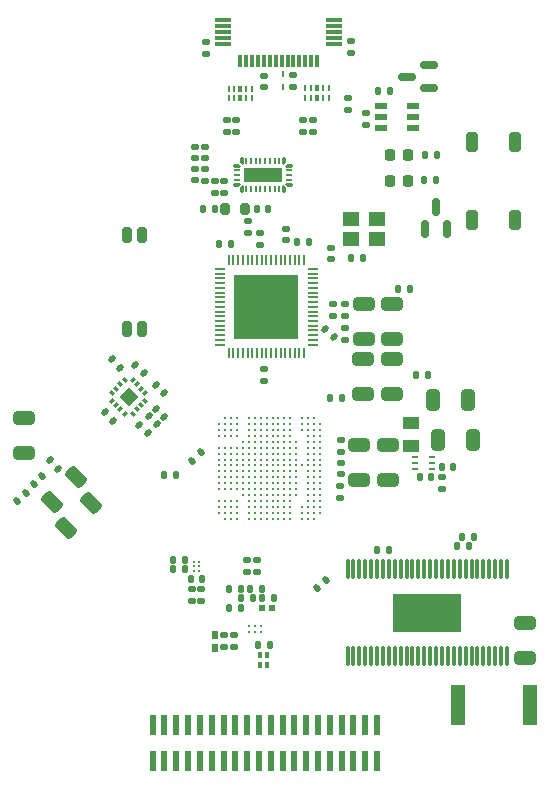
<source format=gbr>
%TF.GenerationSoftware,KiCad,Pcbnew,9.0.0*%
%TF.CreationDate,2025-03-19T22:59:48-05:00*%
%TF.ProjectId,opu_driver,6f70755f-6472-4697-9665-722e6b696361,rev?*%
%TF.SameCoordinates,Original*%
%TF.FileFunction,Paste,Top*%
%TF.FilePolarity,Positive*%
%FSLAX46Y46*%
G04 Gerber Fmt 4.6, Leading zero omitted, Abs format (unit mm)*
G04 Created by KiCad (PCBNEW 9.0.0) date 2025-03-19 22:59:48*
%MOMM*%
%LPD*%
G01*
G04 APERTURE LIST*
G04 Aperture macros list*
%AMRoundRect*
0 Rectangle with rounded corners*
0 $1 Rounding radius*
0 $2 $3 $4 $5 $6 $7 $8 $9 X,Y pos of 4 corners*
0 Add a 4 corners polygon primitive as box body*
4,1,4,$2,$3,$4,$5,$6,$7,$8,$9,$2,$3,0*
0 Add four circle primitives for the rounded corners*
1,1,$1+$1,$2,$3*
1,1,$1+$1,$4,$5*
1,1,$1+$1,$6,$7*
1,1,$1+$1,$8,$9*
0 Add four rect primitives between the rounded corners*
20,1,$1+$1,$2,$3,$4,$5,0*
20,1,$1+$1,$4,$5,$6,$7,0*
20,1,$1+$1,$6,$7,$8,$9,0*
20,1,$1+$1,$8,$9,$2,$3,0*%
%AMRotRect*
0 Rectangle, with rotation*
0 The origin of the aperture is its center*
0 $1 length*
0 $2 width*
0 $3 Rotation angle, in degrees counterclockwise*
0 Add horizontal line*
21,1,$1,$2,0,0,$3*%
%AMFreePoly0*
4,1,14,0.135355,0.285355,0.150000,0.250000,0.150000,-0.250000,0.135355,-0.285355,0.100000,-0.300000,-0.100000,-0.300000,-0.135355,-0.285355,-0.150000,-0.250000,-0.150000,0.150000,-0.135355,0.185355,-0.035355,0.285355,0.000000,0.300000,0.100000,0.300000,0.135355,0.285355,0.135355,0.285355,$1*%
%AMFreePoly1*
4,1,14,0.035355,0.285355,0.135355,0.185355,0.150000,0.150000,0.150000,-0.250000,0.135355,-0.285355,0.100000,-0.300000,-0.100000,-0.300000,-0.135355,-0.285355,-0.150000,-0.250000,-0.150000,0.250000,-0.135355,0.285355,-0.100000,0.300000,0.000000,0.300000,0.035355,0.285355,0.035355,0.285355,$1*%
%AMFreePoly2*
4,1,14,0.285355,0.135355,0.300000,0.100000,0.300000,-0.100000,0.285355,-0.135355,0.250000,-0.150000,-0.150000,-0.150000,-0.185355,-0.135355,-0.285355,-0.035355,-0.300000,0.000000,-0.300000,0.100000,-0.285355,0.135355,-0.250000,0.150000,0.250000,0.150000,0.285355,0.135355,0.285355,0.135355,$1*%
%AMFreePoly3*
4,1,14,0.285355,0.135355,0.300000,0.100000,0.300000,-0.100000,0.285355,-0.135355,0.250000,-0.150000,-0.250000,-0.150000,-0.285355,-0.135355,-0.300000,-0.100000,-0.300000,0.000000,-0.285355,0.035355,-0.185355,0.135355,-0.150000,0.150000,0.250000,0.150000,0.285355,0.135355,0.285355,0.135355,$1*%
%AMFreePoly4*
4,1,14,0.135355,0.285355,0.150000,0.250000,0.150000,-0.150000,0.135355,-0.185355,0.035355,-0.285355,0.000000,-0.300000,-0.100000,-0.300000,-0.135355,-0.285355,-0.150000,-0.250000,-0.150000,0.250000,-0.135355,0.285355,-0.100000,0.300000,0.100000,0.300000,0.135355,0.285355,0.135355,0.285355,$1*%
%AMFreePoly5*
4,1,14,0.135355,0.285355,0.150000,0.250000,0.150000,-0.250000,0.135355,-0.285355,0.100000,-0.300000,0.000000,-0.300000,-0.035355,-0.285355,-0.135355,-0.185355,-0.150000,-0.150000,-0.150000,0.250000,-0.135355,0.285355,-0.100000,0.300000,0.100000,0.300000,0.135355,0.285355,0.135355,0.285355,$1*%
%AMFreePoly6*
4,1,14,0.185355,0.135355,0.285355,0.035355,0.300000,0.000000,0.300000,-0.100000,0.285355,-0.135355,0.250000,-0.150000,-0.250000,-0.150000,-0.285355,-0.135355,-0.300000,-0.100000,-0.300000,0.100000,-0.285355,0.135355,-0.250000,0.150000,0.150000,0.150000,0.185355,0.135355,0.185355,0.135355,$1*%
%AMFreePoly7*
4,1,14,0.285355,0.135355,0.300000,0.100000,0.300000,0.000000,0.285355,-0.035355,0.185355,-0.135355,0.150000,-0.150000,-0.250000,-0.150000,-0.285355,-0.135355,-0.300000,-0.100000,-0.300000,0.100000,-0.285355,0.135355,-0.250000,0.150000,0.250000,0.150000,0.285355,0.135355,0.285355,0.135355,$1*%
G04 Aperture macros list end*
%ADD10RoundRect,0.140000X-0.170000X0.140000X-0.170000X-0.140000X0.170000X-0.140000X0.170000X0.140000X0*%
%ADD11RoundRect,0.140000X0.170000X-0.140000X0.170000X0.140000X-0.170000X0.140000X-0.170000X-0.140000X0*%
%ADD12RoundRect,0.220000X0.220000X0.255000X-0.220000X0.255000X-0.220000X-0.255000X0.220000X-0.255000X0*%
%ADD13RoundRect,0.250000X-0.650000X0.325000X-0.650000X-0.325000X0.650000X-0.325000X0.650000X0.325000X0*%
%ADD14FreePoly0,0.000000*%
%ADD15O,0.200000X0.510000*%
%ADD16FreePoly1,0.000000*%
%ADD17FreePoly2,0.000000*%
%ADD18O,0.510000X0.200000*%
%ADD19FreePoly3,0.000000*%
%ADD20FreePoly4,0.000000*%
%ADD21FreePoly5,0.000000*%
%ADD22FreePoly6,0.000000*%
%ADD23FreePoly7,0.000000*%
%ADD24R,3.200000X1.200000*%
%ADD25RoundRect,0.140000X-0.219203X-0.021213X-0.021213X-0.219203X0.219203X0.021213X0.021213X0.219203X0*%
%ADD26RoundRect,0.250000X-0.229810X0.689429X-0.689429X0.229810X0.229810X-0.689429X0.689429X-0.229810X0*%
%ADD27RoundRect,0.140000X-0.140000X-0.170000X0.140000X-0.170000X0.140000X0.170000X-0.140000X0.170000X0*%
%ADD28RoundRect,0.250000X0.650000X-0.325000X0.650000X0.325000X-0.650000X0.325000X-0.650000X-0.325000X0*%
%ADD29RoundRect,0.140000X0.140000X0.170000X-0.140000X0.170000X-0.140000X-0.170000X0.140000X-0.170000X0*%
%ADD30RoundRect,0.250000X-0.325000X-0.650000X0.325000X-0.650000X0.325000X0.650000X-0.325000X0.650000X0*%
%ADD31R,0.600000X1.800000*%
%ADD32R,0.220000X0.610000*%
%ADD33R,0.410000X0.610000*%
%ADD34R,1.400000X1.200000*%
%ADD35RoundRect,0.140000X-0.021213X0.219203X-0.219203X0.021213X0.021213X-0.219203X0.219203X-0.021213X0*%
%ADD36R,0.400000X0.600000*%
%ADD37RoundRect,0.150000X0.150000X-0.590000X0.150000X0.590000X-0.150000X0.590000X-0.150000X-0.590000X0*%
%ADD38R,1.380000X1.130000*%
%ADD39RotRect,0.330200X0.406400X45.000000*%
%ADD40RotRect,0.330200X0.406400X315.000000*%
%ADD41RotRect,1.092200X1.092200X315.000000*%
%ADD42RoundRect,0.140000X0.219203X0.021213X0.021213X0.219203X-0.219203X-0.021213X-0.021213X-0.219203X0*%
%ADD43RoundRect,0.150000X0.590000X0.150000X-0.590000X0.150000X-0.590000X-0.150000X0.590000X-0.150000X0*%
%ADD44RoundRect,0.140000X0.021213X-0.219203X0.219203X-0.021213X-0.021213X0.219203X-0.219203X0.021213X0*%
%ADD45O,0.280000X1.720000*%
%ADD46R,5.830000X3.230000*%
%ADD47RoundRect,0.200000X0.200000X0.275000X-0.200000X0.275000X-0.200000X-0.275000X0.200000X-0.275000X0*%
%ADD48R,0.300000X1.140000*%
%ADD49R,1.450000X0.300000*%
%ADD50RoundRect,0.250000X0.250000X-0.600000X0.250000X0.600000X-0.250000X0.600000X-0.250000X-0.600000X0*%
%ADD51R,1.100000X0.600000*%
%ADD52R,0.550000X0.280000*%
%ADD53C,0.220000*%
%ADD54R,0.540000X0.790000*%
%ADD55RoundRect,0.200000X-0.200000X0.450000X-0.200000X-0.450000X0.200000X-0.450000X0.200000X0.450000X0*%
%ADD56R,0.570000X0.540000*%
%ADD57RoundRect,0.250000X0.229810X-0.689429X0.689429X-0.229810X-0.229810X0.689429X-0.689429X0.229810X0*%
%ADD58C,0.200000*%
%ADD59R,0.260000X0.520000*%
%ADD60R,1.280000X3.460000*%
%ADD61C,0.250000*%
%ADD62R,0.200000X0.900000*%
%ADD63R,0.900000X0.200000*%
%ADD64R,5.500000X5.500000*%
G04 APERTURE END LIST*
D10*
%TO.C,R42*%
X56661072Y-117224329D03*
X56661072Y-118224327D03*
%TD*%
D11*
%TO.C,R4*%
X44545965Y-122322067D03*
X44545965Y-121322067D03*
%TD*%
D12*
%TO.C,D7*%
X61789999Y-124200000D03*
X60210001Y-124200000D03*
%TD*%
D13*
%TO.C,C107*%
X57645165Y-146605867D03*
X57645165Y-149565867D03*
%TD*%
D10*
%TO.C,C58*%
X56045165Y-150065868D03*
X56045165Y-151065866D03*
%TD*%
D14*
%TO.C,U2*%
X47673565Y-124942767D03*
D15*
X48073565Y-124942767D03*
X48473565Y-124942767D03*
X48873565Y-124942767D03*
X49273565Y-124942767D03*
X49673565Y-124942767D03*
X50073565Y-124942767D03*
X50473565Y-124942767D03*
X50873565Y-124942767D03*
D16*
X51273565Y-124942767D03*
D17*
X51673565Y-124542767D03*
D18*
X51673565Y-124142767D03*
X51673565Y-123742767D03*
X51673565Y-123342767D03*
D19*
X51673565Y-122942767D03*
D20*
X51273565Y-122542767D03*
D15*
X50873565Y-122542767D03*
X50473565Y-122542767D03*
X50073565Y-122542767D03*
X49673565Y-122542767D03*
X49273565Y-122542767D03*
X48873565Y-122542767D03*
X48473565Y-122542767D03*
X48073565Y-122542767D03*
D21*
X47673565Y-122542767D03*
D22*
X47273565Y-122942767D03*
D18*
X47273565Y-123342767D03*
X47273565Y-123742767D03*
X47273565Y-124142767D03*
D23*
X47273565Y-124542767D03*
D24*
X49473565Y-123742767D03*
%TD*%
D10*
%TO.C,C21*%
X49549004Y-140186026D03*
X49549004Y-141186026D03*
%TD*%
D25*
%TO.C,C34*%
X36091612Y-143812314D03*
X36798718Y-144519420D03*
%TD*%
D11*
%TO.C,C93*%
X64602927Y-150282618D03*
X64602927Y-149282620D03*
%TD*%
D26*
%TO.C,C66*%
X33691683Y-149319349D03*
X31598647Y-151412385D03*
%TD*%
D27*
%TO.C,R37*%
X63150905Y-124167397D03*
X64150905Y-124167397D03*
%TD*%
D28*
%TO.C,C96*%
X57992996Y-142245869D03*
X57992996Y-139285869D03*
%TD*%
D29*
%TO.C,R25*%
X44352225Y-157945785D03*
X43352227Y-157945785D03*
%TD*%
D11*
%TO.C,C7*%
X46222365Y-125258767D03*
X46222365Y-124258767D03*
%TD*%
D29*
%TO.C,C22*%
X46745165Y-129565867D03*
X45745165Y-129565867D03*
%TD*%
D30*
%TO.C,C102*%
X64333400Y-146165151D03*
X67293400Y-146165151D03*
%TD*%
D11*
%TO.C,R9*%
X56077472Y-147183908D03*
X56077472Y-146183910D03*
%TD*%
D27*
%TO.C,C117*%
X49405165Y-159550867D03*
X50405165Y-159550867D03*
%TD*%
D28*
%TO.C,C88*%
X71645165Y-164645867D03*
X71645165Y-161685867D03*
%TD*%
D10*
%TO.C,C116*%
X46207930Y-162650868D03*
X46207930Y-163650866D03*
%TD*%
D29*
%TO.C,R17*%
X56145165Y-142565867D03*
X55145165Y-142565867D03*
%TD*%
D31*
%TO.C,H1*%
X40145165Y-173300000D03*
X40145165Y-170300000D03*
X41145165Y-173300000D03*
X41145165Y-170300000D03*
X42145165Y-173300000D03*
X42145165Y-170300000D03*
X43145165Y-173300000D03*
X43145165Y-170300000D03*
X44145165Y-173300000D03*
X44145165Y-170300000D03*
X45145165Y-173300000D03*
X45145165Y-170300000D03*
X46145165Y-173300000D03*
X46145165Y-170300000D03*
X47145165Y-173300000D03*
X47145165Y-170300000D03*
X48145165Y-173300000D03*
X48145165Y-170300000D03*
X49145165Y-173300000D03*
X49145165Y-170300000D03*
X50145165Y-173300000D03*
X50145165Y-170300000D03*
X51145165Y-173300000D03*
X51145165Y-170300000D03*
X52145165Y-173300000D03*
X52145165Y-170300000D03*
X53145165Y-173300000D03*
X53145165Y-170300000D03*
X54145165Y-173300000D03*
X54145165Y-170300000D03*
X55145165Y-173300000D03*
X55145165Y-170300000D03*
X56145165Y-173300000D03*
X56145165Y-170300000D03*
X57145165Y-173300000D03*
X57145165Y-170300000D03*
X58145165Y-173300000D03*
X58145165Y-170300000D03*
X59145165Y-173300000D03*
X59145165Y-170300000D03*
%TD*%
D27*
%TO.C,R29*%
X48405165Y-158750867D03*
X49405165Y-158750867D03*
%TD*%
%TO.C,R18*%
X64615562Y-148427747D03*
X65615560Y-148427747D03*
%TD*%
D32*
%TO.C,D1*%
X55070965Y-116382867D03*
X54570965Y-116382867D03*
D33*
X54070965Y-116382867D03*
D32*
X53570965Y-116382867D03*
X53070965Y-116382867D03*
X53070965Y-117202867D03*
X53570965Y-117202867D03*
D33*
X54070965Y-117202867D03*
D32*
X54570965Y-117202867D03*
X55070965Y-117202867D03*
%TD*%
D11*
%TO.C,C57*%
X56070934Y-149065866D03*
X56070934Y-148065868D03*
%TD*%
D34*
%TO.C,X1*%
X56920877Y-129146938D03*
X59120877Y-129146938D03*
X59120877Y-127446938D03*
X56920877Y-127446938D03*
%TD*%
D35*
%TO.C,R26*%
X44198718Y-147212314D03*
X43491612Y-147919420D03*
%TD*%
D36*
%TO.C,D5*%
X49205165Y-164365867D03*
X49845165Y-164365867D03*
%TD*%
D27*
%TO.C,R36*%
X63206958Y-122008960D03*
X64206958Y-122008960D03*
%TD*%
%TO.C,R28*%
X46608684Y-158750867D03*
X47608684Y-158750867D03*
%TD*%
D37*
%TO.C,Q1*%
X63177740Y-128302630D03*
X65077740Y-128302630D03*
X64127740Y-126422631D03*
%TD*%
D32*
%TO.C,D2*%
X46568565Y-117228267D03*
X47068565Y-117228267D03*
D33*
X47568565Y-117228267D03*
D32*
X48068565Y-117228267D03*
X48568565Y-117228267D03*
X48568565Y-116408267D03*
X48068565Y-116408267D03*
D33*
X47568565Y-116408267D03*
D32*
X47068565Y-116408267D03*
X46568565Y-116408267D03*
%TD*%
D38*
%TO.C,L3*%
X62045165Y-146652977D03*
X62045165Y-144712975D03*
%TD*%
D10*
%TO.C,C115*%
X47005165Y-162658154D03*
X47005165Y-163658152D03*
%TD*%
D29*
%TO.C,C10*%
X49945165Y-126565867D03*
X48945165Y-126565867D03*
%TD*%
D10*
%TO.C,C23*%
X56445165Y-136665867D03*
X56445165Y-137665867D03*
%TD*%
%TO.C,C18*%
X52020071Y-115255615D03*
X52020071Y-116255613D03*
%TD*%
%TO.C,R2*%
X43707765Y-121322067D03*
X43707765Y-122322067D03*
%TD*%
%TO.C,C17*%
X49600000Y-115300001D03*
X49600000Y-116299999D03*
%TD*%
%TO.C,R41*%
X58200000Y-118500001D03*
X58200000Y-119499999D03*
%TD*%
D11*
%TO.C,C24*%
X55445165Y-135665867D03*
X55445165Y-134665867D03*
%TD*%
%TO.C,C16*%
X46400165Y-120061467D03*
X46400165Y-119061467D03*
%TD*%
D39*
%TO.C,U7*%
X37769039Y-141107788D03*
X37415396Y-141461431D03*
X37061754Y-141815073D03*
X36708111Y-142168716D03*
D40*
X36708111Y-142867918D03*
X37061754Y-143221561D03*
X37415396Y-143575203D03*
X37769039Y-143928846D03*
D39*
X38468241Y-143928846D03*
X38821884Y-143575203D03*
X39175526Y-143221561D03*
X39529169Y-142867918D03*
D40*
X39529169Y-142168716D03*
X39175526Y-141815073D03*
X38821884Y-141461431D03*
X38468241Y-141107788D03*
D41*
X38118640Y-142518317D03*
%TD*%
D11*
%TO.C,C14*%
X53715365Y-120061467D03*
X53715365Y-119061467D03*
%TD*%
D29*
%TO.C,R35*%
X50056324Y-163484707D03*
X49056326Y-163484707D03*
%TD*%
D42*
%TO.C,R44*%
X55481344Y-137435911D03*
X54774238Y-136728805D03*
%TD*%
D43*
%TO.C,Q2*%
X63540000Y-116350000D03*
X63540000Y-114450000D03*
X61660001Y-115400000D03*
%TD*%
D13*
%TO.C,C3*%
X60445165Y-134685867D03*
X60445165Y-137645867D03*
%TD*%
D10*
%TO.C,C127*%
X48956325Y-156313828D03*
X48956325Y-157313826D03*
%TD*%
D30*
%TO.C,C100*%
X63912995Y-142765868D03*
X66872995Y-142765868D03*
%TD*%
D27*
%TO.C,C25*%
X60945165Y-133365867D03*
X61945165Y-133365867D03*
%TD*%
D44*
%TO.C,C75*%
X30071752Y-149919420D03*
X30778858Y-149212314D03*
%TD*%
D42*
%TO.C,C31*%
X37399125Y-140041808D03*
X36692019Y-139334702D03*
%TD*%
D45*
%TO.C,U8*%
X70145165Y-157055867D03*
X69645165Y-157055867D03*
X69145165Y-157055867D03*
X68645165Y-157055867D03*
X68145165Y-157055867D03*
X67645165Y-157055867D03*
X67145165Y-157055867D03*
X66645165Y-157055867D03*
X66145165Y-157055867D03*
X65645165Y-157055867D03*
X65145165Y-157055867D03*
X64645165Y-157055867D03*
X64145165Y-157055867D03*
X63645165Y-157055867D03*
X63145165Y-157055867D03*
X62645165Y-157055867D03*
X62145165Y-157055867D03*
X61645165Y-157055867D03*
X61145165Y-157055867D03*
X60645165Y-157055867D03*
X60145165Y-157055867D03*
X59645165Y-157055867D03*
X59145165Y-157055867D03*
X58645165Y-157055867D03*
X58145165Y-157055867D03*
X57645165Y-157055867D03*
X57145165Y-157055867D03*
X56645165Y-157055867D03*
X56645165Y-164475867D03*
X57145165Y-164475867D03*
X57645165Y-164475867D03*
X58145165Y-164475867D03*
X58645165Y-164475867D03*
X59145165Y-164475867D03*
X59645165Y-164475867D03*
X60145165Y-164475867D03*
X60645165Y-164475867D03*
X61145165Y-164475867D03*
X61645165Y-164475867D03*
X62145165Y-164475867D03*
X62645165Y-164475867D03*
X63145165Y-164475867D03*
X63645165Y-164475867D03*
X64145165Y-164475867D03*
X64645165Y-164475867D03*
X65145165Y-164475867D03*
X65645165Y-164475867D03*
X66145165Y-164475867D03*
X66645165Y-164475867D03*
X67145165Y-164475867D03*
X67645165Y-164475867D03*
X68145165Y-164475867D03*
X68645165Y-164475867D03*
X69145165Y-164475867D03*
X69645165Y-164475867D03*
X70145165Y-164475867D03*
D46*
X63395165Y-160765867D03*
%TD*%
D47*
%TO.C,R6*%
X47931365Y-126571867D03*
X46291365Y-126571867D03*
%TD*%
D29*
%TO.C,C76*%
X67345164Y-154365867D03*
X66345166Y-154365867D03*
%TD*%
D27*
%TO.C,C6*%
X56945165Y-130765867D03*
X57945165Y-130765867D03*
%TD*%
D29*
%TO.C,C109*%
X42852084Y-157115346D03*
X41852086Y-157115346D03*
%TD*%
D25*
%TO.C,C33*%
X39002670Y-144889281D03*
X39709776Y-145596387D03*
%TD*%
D48*
%TO.C,USB1*%
X54069765Y-114038067D03*
X53569765Y-114038067D03*
X53069765Y-114038067D03*
X52569765Y-114038067D03*
X52069765Y-114038067D03*
X51569765Y-114038067D03*
X51069765Y-114038067D03*
X50569765Y-114038067D03*
X49069765Y-114038067D03*
X48569765Y-114038067D03*
X48069765Y-114038067D03*
X47569765Y-114038067D03*
D49*
X46099765Y-110618067D03*
X46099765Y-111118067D03*
X46099765Y-111618067D03*
X46099765Y-112118067D03*
X46099765Y-112618067D03*
D48*
X49569765Y-114038067D03*
X50069765Y-114038067D03*
D49*
X55539765Y-112618067D03*
X55539765Y-112118067D03*
X55539765Y-111618067D03*
X55539765Y-111118067D03*
X55539765Y-110618067D03*
%TD*%
D35*
%TO.C,C78*%
X29398718Y-150612314D03*
X28691612Y-151319420D03*
%TD*%
D27*
%TO.C,C29*%
X52345165Y-129365867D03*
X53345165Y-129365867D03*
%TD*%
D50*
%TO.C,S2*%
X67150000Y-127500000D03*
X67150000Y-120900000D03*
X70850000Y-127500000D03*
X70850000Y-120900000D03*
%TD*%
D25*
%TO.C,C32*%
X40413966Y-141509464D03*
X41121072Y-142216570D03*
%TD*%
D51*
%TO.C,U13*%
X59450000Y-117850000D03*
X59450000Y-118800000D03*
X59450000Y-119750000D03*
X62150000Y-119750000D03*
X62150000Y-118800000D03*
X62150000Y-117850000D03*
%TD*%
D25*
%TO.C,C111*%
X40402576Y-143496141D03*
X41109682Y-144203247D03*
%TD*%
D28*
%TO.C,C71*%
X29245165Y-147245867D03*
X29245165Y-144285867D03*
%TD*%
D11*
%TO.C,C7*%
X55245165Y-130865867D03*
X55245165Y-129865867D03*
%TD*%
%TO.C,C28*%
X51445165Y-129265867D03*
X51445165Y-128265867D03*
%TD*%
D27*
%TO.C,R43*%
X59200000Y-116600000D03*
X60199998Y-116600000D03*
%TD*%
D52*
%TO.C,U11*%
X63765164Y-148585867D03*
X63765165Y-148085867D03*
X63765164Y-147585867D03*
X62325166Y-147585867D03*
X62325165Y-148085867D03*
X62325166Y-148585867D03*
%TD*%
D25*
%TO.C,C112*%
X39796877Y-144127076D03*
X40503983Y-144834182D03*
%TD*%
D53*
%TO.C,U5*%
X43632411Y-157261547D03*
X43632412Y-156861547D03*
X43632411Y-156461547D03*
X44032411Y-157261547D03*
X44032410Y-156861547D03*
X44032411Y-156461547D03*
%TD*%
D10*
%TO.C,R24*%
X44245165Y-158765869D03*
X44245165Y-159765867D03*
%TD*%
D12*
%TO.C,D9*%
X61789999Y-122000000D03*
X60210001Y-122000000D03*
%TD*%
D10*
%TO.C,C19*%
X56970822Y-112368082D03*
X56970822Y-113368080D03*
%TD*%
D27*
%TO.C,R21*%
X62745166Y-149285867D03*
X63745164Y-149285867D03*
%TD*%
D13*
%TO.C,C5*%
X58045165Y-134685867D03*
X58045165Y-137645867D03*
%TD*%
D28*
%TO.C,C95*%
X60392997Y-142245867D03*
X60392997Y-139285867D03*
%TD*%
D11*
%TO.C,C27*%
X49245165Y-129665867D03*
X49245165Y-128665867D03*
%TD*%
D27*
%TO.C,R30*%
X47614462Y-159550866D03*
X48614462Y-159550866D03*
%TD*%
D10*
%TO.C,C26*%
X56445165Y-134665867D03*
X56445165Y-135665867D03*
%TD*%
D54*
%TO.C,L1*%
X45405165Y-162650867D03*
X45405165Y-163750867D03*
%TD*%
D11*
%TO.C,R3*%
X43707765Y-124176267D03*
X43707765Y-123176267D03*
%TD*%
%TO.C,C15*%
X47212965Y-120061467D03*
X47212965Y-119061467D03*
%TD*%
D55*
%TO.C,S1*%
X39230000Y-128800000D03*
X37960000Y-128800000D03*
X37970000Y-136800000D03*
X39240000Y-136800000D03*
%TD*%
D13*
%TO.C,C108*%
X60045165Y-146605867D03*
X60045165Y-149565867D03*
%TD*%
D56*
%TO.C,R27*%
X49416427Y-160346027D03*
X50276427Y-160346027D03*
%TD*%
D42*
%TO.C,C67*%
X32125640Y-148587100D03*
X31418534Y-147879994D03*
%TD*%
D57*
%TO.C,C91*%
X32798647Y-153612385D03*
X34891683Y-151519349D03*
%TD*%
D29*
%TO.C,C64*%
X66945164Y-155165867D03*
X65945166Y-155165867D03*
%TD*%
D10*
%TO.C,C126*%
X48122453Y-156317826D03*
X48122453Y-157317824D03*
%TD*%
D58*
%TO.C,U12*%
X48305165Y-161900867D03*
X48805165Y-161900867D03*
X49305165Y-161900867D03*
X48305165Y-162400867D03*
X48805165Y-162400867D03*
X49305165Y-162400867D03*
%TD*%
D29*
%TO.C,C8*%
X47605164Y-160350867D03*
X46605166Y-160350867D03*
%TD*%
D11*
%TO.C,C13*%
X52902565Y-120061467D03*
X52902565Y-119061467D03*
%TD*%
D59*
%TO.C,D4*%
X51216209Y-115211467D03*
X51216209Y-116291467D03*
%TD*%
D60*
%TO.C,R12*%
X65975165Y-168565867D03*
X72115165Y-168565867D03*
%TD*%
D42*
%TO.C,C30*%
X39398718Y-140519420D03*
X38691612Y-139812314D03*
%TD*%
D35*
%TO.C,R11*%
X54798718Y-158012314D03*
X54091612Y-158719420D03*
%TD*%
D29*
%TO.C,C110*%
X42852084Y-156283039D03*
X41852086Y-156283039D03*
%TD*%
D61*
%TO.C,U4*%
X45795165Y-152315867D03*
X45795165Y-151815867D03*
X45795165Y-151315867D03*
X45795165Y-150315867D03*
X45795165Y-149815867D03*
X45795165Y-149315867D03*
X45795165Y-148815867D03*
X45795165Y-148315867D03*
X45795165Y-147815867D03*
X45795165Y-147315867D03*
X45795165Y-146815867D03*
X45795165Y-145815867D03*
X45795165Y-145315867D03*
X45795165Y-144815867D03*
X46295165Y-152815867D03*
X46295165Y-152315867D03*
X46295165Y-151815867D03*
X46295165Y-151315867D03*
X46295165Y-150315867D03*
X46295165Y-149815867D03*
X46295165Y-149315867D03*
X46295165Y-148815867D03*
X46295165Y-148315867D03*
X46295165Y-147815867D03*
X46295165Y-147315867D03*
X46295165Y-146815867D03*
X46295165Y-145815867D03*
X46295165Y-145315867D03*
X46295165Y-144815867D03*
X46295165Y-144315867D03*
X46795165Y-152815867D03*
X46795165Y-152315867D03*
X46795165Y-151815867D03*
X46795165Y-151315867D03*
X46795165Y-150315867D03*
X46795165Y-149815867D03*
X46795165Y-149315867D03*
X46795165Y-148815867D03*
X46795165Y-148315867D03*
X46795165Y-147815867D03*
X46795165Y-147315867D03*
X46795165Y-146815867D03*
X46795165Y-145815867D03*
X46795165Y-145315867D03*
X46795165Y-144815867D03*
X46795165Y-144315867D03*
X47295165Y-152815867D03*
X47295165Y-152315867D03*
X47295165Y-151815867D03*
X47295165Y-151315867D03*
X47295165Y-150315867D03*
X47295165Y-149815867D03*
X47295165Y-149315867D03*
X47295165Y-148815867D03*
X47295165Y-148315867D03*
X47295165Y-147815867D03*
X47295165Y-147315867D03*
X47295165Y-146815867D03*
X47295165Y-145815867D03*
X47295165Y-145315867D03*
X47295165Y-144815867D03*
X47295165Y-144315867D03*
X47795165Y-150815867D03*
X47795165Y-150315867D03*
X47795165Y-149815867D03*
X47795165Y-149315867D03*
X47795165Y-148815867D03*
X47795165Y-148315867D03*
X47795165Y-147815867D03*
X47795165Y-147315867D03*
X47795165Y-146815867D03*
X47795165Y-146315867D03*
X48295165Y-152815867D03*
X48295165Y-152315867D03*
X48295165Y-151815867D03*
X48295165Y-151315867D03*
X48295165Y-150815867D03*
X48295165Y-150315867D03*
X48295165Y-149815867D03*
X48295165Y-149315867D03*
X48295165Y-148815867D03*
X48295165Y-148315867D03*
X48295165Y-147815867D03*
X48295165Y-147315867D03*
X48295165Y-146815867D03*
X48295165Y-146315867D03*
X48295165Y-145815867D03*
X48295165Y-145315867D03*
X48295165Y-144815867D03*
X48295165Y-144315867D03*
X48795165Y-152815867D03*
X48795165Y-152315867D03*
X48795165Y-151815867D03*
X48795165Y-151315867D03*
X48795165Y-150815867D03*
X48795165Y-150315867D03*
X48795165Y-149815867D03*
X48795165Y-149315867D03*
X48795165Y-148815867D03*
X48795165Y-148315867D03*
X48795165Y-147815867D03*
X48795165Y-147315867D03*
X48795165Y-146815867D03*
X48795165Y-146315867D03*
X48795165Y-145815867D03*
X48795165Y-145315867D03*
X48795165Y-144815867D03*
X48795165Y-144315867D03*
X49295165Y-152815867D03*
X49295165Y-152315867D03*
X49295165Y-151815867D03*
X49295165Y-151315867D03*
X49295165Y-150815867D03*
X49295165Y-150315867D03*
X49295165Y-149815867D03*
X49295165Y-149315867D03*
X49295165Y-148815867D03*
X49295165Y-148315867D03*
X49295165Y-147815867D03*
X49295165Y-147315867D03*
X49295165Y-146815867D03*
X49295165Y-146315867D03*
X49295165Y-145815867D03*
X49295165Y-145315867D03*
X49295165Y-144815867D03*
X49295165Y-144315867D03*
X49795165Y-152815867D03*
X49795165Y-152315867D03*
X49795165Y-151815867D03*
X49795165Y-151315867D03*
X49795165Y-150815867D03*
X49795165Y-150315867D03*
X49795165Y-149815867D03*
X49795165Y-149315867D03*
X49795165Y-148815867D03*
X49795165Y-148315867D03*
X49795165Y-147815867D03*
X49795165Y-147315867D03*
X49795165Y-146815867D03*
X49795165Y-146315867D03*
X49795165Y-145815867D03*
X49795165Y-145315867D03*
X49795165Y-144815867D03*
X49795165Y-144315867D03*
X50295165Y-152815867D03*
X50295165Y-152315867D03*
X50295165Y-151815867D03*
X50295165Y-151315867D03*
X50295165Y-150815867D03*
X50295165Y-150315867D03*
X50295165Y-149815867D03*
X50295165Y-149315867D03*
X50295165Y-148815867D03*
X50295165Y-148315867D03*
X50295165Y-147815867D03*
X50295165Y-147315867D03*
X50295165Y-146815867D03*
X50295165Y-146315867D03*
X50295165Y-145815867D03*
X50295165Y-145315867D03*
X50295165Y-144815867D03*
X50295165Y-144315867D03*
X50795165Y-152815867D03*
X50795165Y-152315867D03*
X50795165Y-151815867D03*
X50795165Y-151315867D03*
X50795165Y-150815867D03*
X50795165Y-150315867D03*
X50795165Y-149815867D03*
X50795165Y-149315867D03*
X50795165Y-148815867D03*
X50795165Y-148315867D03*
X50795165Y-147815867D03*
X50795165Y-147315867D03*
X50795165Y-146815867D03*
X50795165Y-146315867D03*
X50795165Y-145815867D03*
X50795165Y-145315867D03*
X50795165Y-144815867D03*
X50795165Y-144315867D03*
X51295165Y-152815867D03*
X51295165Y-152315867D03*
X51295165Y-151815867D03*
X51295165Y-151315867D03*
X51295165Y-150815867D03*
X51295165Y-150315867D03*
X51295165Y-149815867D03*
X51295165Y-149315867D03*
X51295165Y-148815867D03*
X51295165Y-148315867D03*
X51295165Y-147815867D03*
X51295165Y-147315867D03*
X51295165Y-146815867D03*
X51295165Y-146315867D03*
X51295165Y-145815867D03*
X51295165Y-145315867D03*
X51295165Y-144815867D03*
X51295165Y-144315867D03*
X51795165Y-152815867D03*
X51795165Y-152315867D03*
X51795165Y-151815867D03*
X51795165Y-151315867D03*
X51795165Y-150815867D03*
X51795165Y-150315867D03*
X51795165Y-149815867D03*
X51795165Y-149315867D03*
X51795165Y-148815867D03*
X51795165Y-148315867D03*
X51795165Y-147815867D03*
X51795165Y-147315867D03*
X51795165Y-146815867D03*
X51795165Y-146315867D03*
X51795165Y-145815867D03*
X51795165Y-145315867D03*
X51795165Y-144815867D03*
X51795165Y-144315867D03*
X52295165Y-150815867D03*
X52295165Y-150315867D03*
X52295165Y-149815867D03*
X52295165Y-149315867D03*
X52295165Y-148815867D03*
X52295165Y-148315867D03*
X52295165Y-147815867D03*
X52295165Y-147315867D03*
X52295165Y-146815867D03*
X52295165Y-146315867D03*
X52795165Y-152815867D03*
X52795165Y-152315867D03*
X52795165Y-151815867D03*
X52795165Y-148315867D03*
X52795165Y-145315867D03*
X52795165Y-144815867D03*
X52795165Y-144315867D03*
X53295165Y-152815867D03*
X53295165Y-152315867D03*
X53295165Y-151815867D03*
X53295165Y-151315867D03*
X53295165Y-150815867D03*
X53295165Y-150315867D03*
X53295165Y-149815867D03*
X53295165Y-149315867D03*
X53295165Y-148815867D03*
X53295165Y-148315867D03*
X53295165Y-147815867D03*
X53295165Y-147315867D03*
X53295165Y-146815867D03*
X53295165Y-146315867D03*
X53295165Y-145815867D03*
X53295165Y-145315867D03*
X53295165Y-144815867D03*
X53295165Y-144315867D03*
X53795165Y-152815867D03*
X53795165Y-152315867D03*
X53795165Y-151815867D03*
X53795165Y-151315867D03*
X53795165Y-150815867D03*
X53795165Y-150315867D03*
X53795165Y-149815867D03*
X53795165Y-149315867D03*
X53795165Y-148815867D03*
X53795165Y-148315867D03*
X53795165Y-147815867D03*
X53795165Y-147315867D03*
X53795165Y-146815867D03*
X53795165Y-146315867D03*
X53795165Y-145815867D03*
X53795165Y-145315867D03*
X53795165Y-144815867D03*
X53795165Y-144315867D03*
X54295165Y-152315867D03*
X54295165Y-151815867D03*
X54295165Y-151315867D03*
X54295165Y-150815867D03*
X54295165Y-150315867D03*
X54295165Y-149815867D03*
X54295165Y-149315867D03*
X54295165Y-148815867D03*
X54295165Y-148315867D03*
X54295165Y-147815867D03*
X54295165Y-147315867D03*
X54295165Y-146815867D03*
X54295165Y-146315867D03*
X54295165Y-145815867D03*
X54295165Y-145315867D03*
X54295165Y-144815867D03*
%TD*%
D36*
%TO.C,D6*%
X49205165Y-165180867D03*
X49845165Y-165180867D03*
%TD*%
D10*
%TO.C,R7*%
X44545965Y-123201667D03*
X44545965Y-124201667D03*
%TD*%
D29*
%TO.C,R20*%
X63447868Y-140637522D03*
X62447870Y-140637522D03*
%TD*%
D10*
%TO.C,C9*%
X48199999Y-127634443D03*
X48199999Y-128634441D03*
%TD*%
D27*
%TO.C,R45*%
X41145165Y-149165867D03*
X42145165Y-149165867D03*
%TD*%
D10*
%TO.C,R23*%
X43445165Y-158765869D03*
X43445165Y-159765867D03*
%TD*%
D29*
%TO.C,C77*%
X60145164Y-155443846D03*
X59145166Y-155443846D03*
%TD*%
D11*
%TO.C,C8*%
X45409565Y-125258767D03*
X45409565Y-124258767D03*
%TD*%
D29*
%TO.C,R5*%
X45401565Y-126571867D03*
X44401565Y-126571867D03*
%TD*%
D62*
%TO.C,U1*%
X52978365Y-130933034D03*
X52578365Y-130933034D03*
X52178365Y-130933034D03*
X51778365Y-130933034D03*
X51378365Y-130933034D03*
X50978365Y-130933034D03*
X50578365Y-130933034D03*
X50178365Y-130933034D03*
X49778365Y-130933034D03*
X49378365Y-130933034D03*
X48978365Y-130933034D03*
X48578365Y-130933034D03*
X48178365Y-130933034D03*
X47778365Y-130933034D03*
X47378365Y-130933034D03*
X46978365Y-130933034D03*
X46578365Y-130933034D03*
D63*
X45828365Y-131683034D03*
X45828365Y-132083034D03*
X45828365Y-132483034D03*
X45828365Y-132883034D03*
X45828365Y-133283034D03*
X45828365Y-133683034D03*
X45828365Y-134083034D03*
X45828365Y-134483034D03*
X45828365Y-134883034D03*
X45828365Y-135283034D03*
X45828365Y-135683034D03*
X45828365Y-136083034D03*
X45828365Y-136483034D03*
X45828365Y-136883034D03*
X45828365Y-137283034D03*
X45828365Y-137683034D03*
X45828365Y-138083034D03*
D62*
X46578365Y-138833034D03*
X46978365Y-138833034D03*
X47378365Y-138833034D03*
X47778365Y-138833034D03*
X48178365Y-138833034D03*
X48578365Y-138833034D03*
X48978365Y-138833034D03*
X49378365Y-138833034D03*
X49778365Y-138833034D03*
X50178365Y-138833034D03*
X50578365Y-138833034D03*
X50978365Y-138833034D03*
X51378365Y-138833034D03*
X51778365Y-138833034D03*
X52178365Y-138833034D03*
X52578365Y-138833034D03*
X52978365Y-138833034D03*
D63*
X53728365Y-138083034D03*
X53728365Y-137683034D03*
X53728365Y-137283034D03*
X53728365Y-136883034D03*
X53728365Y-136483034D03*
X53728365Y-136083034D03*
X53728365Y-135683034D03*
X53728365Y-135283034D03*
X53728365Y-134883034D03*
X53728365Y-134483034D03*
X53728365Y-134083034D03*
X53728365Y-133683034D03*
X53728365Y-133283034D03*
X53728365Y-132883034D03*
X53728365Y-132483034D03*
X53728365Y-132083034D03*
X53728365Y-131683034D03*
D64*
X49778365Y-134883034D03*
%TD*%
D10*
%TO.C,C20*%
X44647565Y-112458357D03*
X44647565Y-113458355D03*
%TD*%
M02*

</source>
